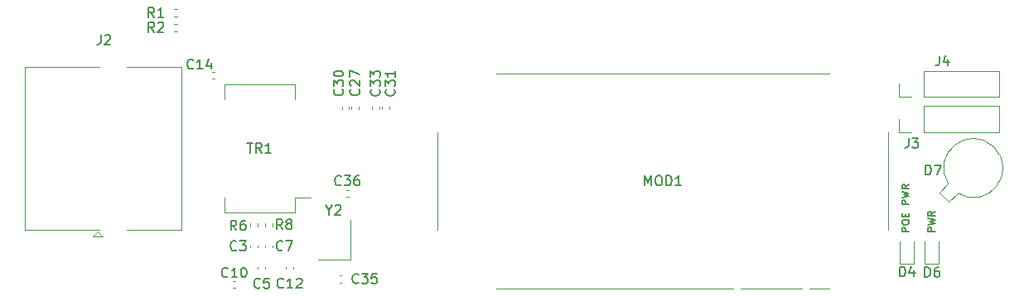
<source format=gto>
G04 #@! TF.GenerationSoftware,KiCad,Pcbnew,(5.1.10)-1*
G04 #@! TF.CreationDate,2021-09-04T12:41:49+02:00*
G04 #@! TF.ProjectId,POE_hat_and_USB,504f455f-6861-4745-9f61-6e645f555342,1.0*
G04 #@! TF.SameCoordinates,Original*
G04 #@! TF.FileFunction,Legend,Top*
G04 #@! TF.FilePolarity,Positive*
%FSLAX46Y46*%
G04 Gerber Fmt 4.6, Leading zero omitted, Abs format (unit mm)*
G04 Created by KiCad (PCBNEW (5.1.10)-1) date 2021-09-04 12:41:49*
%MOMM*%
%LPD*%
G01*
G04 APERTURE LIST*
%ADD10C,0.187500*%
%ADD11C,0.120000*%
%ADD12C,0.150000*%
%ADD13O,1.802000X1.802000*%
%ADD14C,2.802000*%
%ADD15O,1.302000X1.702000*%
%ADD16O,1.302000X1.302000*%
%ADD17C,1.602000*%
%ADD18C,3.352000*%
%ADD19C,2.402000*%
%ADD20O,1.302000X2.002000*%
%ADD21C,1.552000*%
G04 APERTURE END LIST*
D10*
X175421485Y-114588800D02*
X174671485Y-114588800D01*
X174671485Y-114303085D01*
X174707200Y-114231657D01*
X174742914Y-114195942D01*
X174814342Y-114160228D01*
X174921485Y-114160228D01*
X174992914Y-114195942D01*
X175028628Y-114231657D01*
X175064342Y-114303085D01*
X175064342Y-114588800D01*
X174671485Y-113910228D02*
X175421485Y-113731657D01*
X174885771Y-113588800D01*
X175421485Y-113445942D01*
X174671485Y-113267371D01*
X175421485Y-112553085D02*
X175064342Y-112803085D01*
X175421485Y-112981657D02*
X174671485Y-112981657D01*
X174671485Y-112695942D01*
X174707200Y-112624514D01*
X174742914Y-112588800D01*
X174814342Y-112553085D01*
X174921485Y-112553085D01*
X174992914Y-112588800D01*
X175028628Y-112624514D01*
X175064342Y-112695942D01*
X175064342Y-112981657D01*
X172779885Y-114610057D02*
X172029885Y-114610057D01*
X172029885Y-114324342D01*
X172065600Y-114252914D01*
X172101314Y-114217200D01*
X172172742Y-114181485D01*
X172279885Y-114181485D01*
X172351314Y-114217200D01*
X172387028Y-114252914D01*
X172422742Y-114324342D01*
X172422742Y-114610057D01*
X172029885Y-113717200D02*
X172029885Y-113574342D01*
X172065600Y-113502914D01*
X172137028Y-113431485D01*
X172279885Y-113395771D01*
X172529885Y-113395771D01*
X172672742Y-113431485D01*
X172744171Y-113502914D01*
X172779885Y-113574342D01*
X172779885Y-113717200D01*
X172744171Y-113788628D01*
X172672742Y-113860057D01*
X172529885Y-113895771D01*
X172279885Y-113895771D01*
X172137028Y-113860057D01*
X172065600Y-113788628D01*
X172029885Y-113717200D01*
X172387028Y-113074342D02*
X172387028Y-112824342D01*
X172779885Y-112717200D02*
X172779885Y-113074342D01*
X172029885Y-113074342D01*
X172029885Y-112717200D01*
X172779885Y-111824342D02*
X172029885Y-111824342D01*
X172029885Y-111538628D01*
X172065600Y-111467200D01*
X172101314Y-111431485D01*
X172172742Y-111395771D01*
X172279885Y-111395771D01*
X172351314Y-111431485D01*
X172387028Y-111467200D01*
X172422742Y-111538628D01*
X172422742Y-111824342D01*
X172029885Y-111145771D02*
X172779885Y-110967200D01*
X172244171Y-110824342D01*
X172779885Y-110681485D01*
X172029885Y-110502914D01*
X172779885Y-109788628D02*
X172422742Y-110038628D01*
X172779885Y-110217200D02*
X172029885Y-110217200D01*
X172029885Y-109931485D01*
X172065600Y-109860057D01*
X172101314Y-109824342D01*
X172172742Y-109788628D01*
X172279885Y-109788628D01*
X172351314Y-109824342D01*
X172387028Y-109860057D01*
X172422742Y-109931485D01*
X172422742Y-110217200D01*
D11*
X130600000Y-98400000D02*
X164600000Y-98400000D01*
X164600000Y-120400000D02*
X130600000Y-120400000D01*
X170600000Y-104400000D02*
X170600000Y-114400000D01*
X124600000Y-104400000D02*
X124600000Y-114400000D01*
X115645200Y-117440400D02*
X115645200Y-113440400D01*
X112345200Y-117440400D02*
X115645200Y-117440400D01*
X111600000Y-111093000D02*
X110000000Y-111093000D01*
X110000000Y-111093000D02*
X110000000Y-112618000D01*
X110000000Y-112618000D02*
X102800000Y-112618000D01*
X102800000Y-112618000D02*
X102800000Y-111093000D01*
X110000000Y-101043000D02*
X110000000Y-99518000D01*
X110000000Y-99518000D02*
X102800000Y-99518000D01*
X102800000Y-99518000D02*
X102800000Y-101043000D01*
X176759719Y-109680331D02*
X175847552Y-110592499D01*
X175847552Y-110592499D02*
X176837501Y-111582448D01*
X176837501Y-111582448D02*
X177749669Y-110670281D01*
X177749456Y-110670150D02*
G75*
G03*
X176759719Y-109680331I1582544J2572150D01*
G01*
X82422000Y-114433000D02*
X82422000Y-97703000D01*
X82422000Y-114433000D02*
X90032000Y-114433000D01*
X82422000Y-97703000D02*
X90032000Y-97703000D01*
X98392000Y-114433000D02*
X98392000Y-97703000D01*
X98392000Y-114433000D02*
X92832000Y-114433000D01*
X98392000Y-97703000D02*
X92832000Y-97703000D01*
X89832000Y-114628000D02*
X90332000Y-115128000D01*
X90332000Y-115128000D02*
X89332000Y-115128000D01*
X89332000Y-115128000D02*
X89832000Y-114628000D01*
X171702000Y-104398000D02*
X171702000Y-103068000D01*
X173032000Y-104398000D02*
X171702000Y-104398000D01*
X174302000Y-104398000D02*
X174302000Y-101738000D01*
X174302000Y-101738000D02*
X181982000Y-101738000D01*
X174302000Y-104398000D02*
X181982000Y-104398000D01*
X181982000Y-104398000D02*
X181982000Y-101738000D01*
X181982000Y-100798000D02*
X181982000Y-98138000D01*
X174302000Y-100798000D02*
X181982000Y-100798000D01*
X174302000Y-98138000D02*
X181982000Y-98138000D01*
X174302000Y-100798000D02*
X174302000Y-98138000D01*
X173032000Y-100798000D02*
X171702000Y-100798000D01*
X171702000Y-100798000D02*
X171702000Y-99468000D01*
X106192000Y-116024164D02*
X106192000Y-116239836D01*
X105472000Y-116024164D02*
X105472000Y-116239836D01*
X106240000Y-118224164D02*
X106240000Y-118439836D01*
X106960000Y-118224164D02*
X106960000Y-118439836D01*
X106972000Y-116024164D02*
X106972000Y-116239836D01*
X107692000Y-116024164D02*
X107692000Y-116239836D01*
X103692164Y-120360000D02*
X103907836Y-120360000D01*
X103692164Y-119640000D02*
X103907836Y-119640000D01*
X109834000Y-118224164D02*
X109834000Y-118439836D01*
X109114000Y-118224164D02*
X109114000Y-118439836D01*
X101568364Y-98960000D02*
X101784036Y-98960000D01*
X101568364Y-98240000D02*
X101784036Y-98240000D01*
X116516100Y-102047536D02*
X116516100Y-101831864D01*
X115796100Y-102047536D02*
X115796100Y-101831864D01*
X114796100Y-102047536D02*
X114796100Y-101831864D01*
X115516100Y-102047536D02*
X115516100Y-101831864D01*
X118910400Y-102060236D02*
X118910400Y-101844564D01*
X119630400Y-102060236D02*
X119630400Y-101844564D01*
X117910400Y-102060236D02*
X117910400Y-101844564D01*
X118630400Y-102060236D02*
X118630400Y-101844564D01*
X114763436Y-119093600D02*
X114547764Y-119093600D01*
X114763436Y-119813600D02*
X114547764Y-119813600D01*
X115258964Y-111053200D02*
X115474636Y-111053200D01*
X115258964Y-110333200D02*
X115474636Y-110333200D01*
X97953641Y-92580000D02*
X97646359Y-92580000D01*
X97953641Y-91820000D02*
X97646359Y-91820000D01*
X97953641Y-93320000D02*
X97646359Y-93320000D01*
X97953641Y-94080000D02*
X97646359Y-94080000D01*
X106212000Y-113778359D02*
X106212000Y-114085641D01*
X105452000Y-113778359D02*
X105452000Y-114085641D01*
X107712000Y-113778359D02*
X107712000Y-114085641D01*
X106952000Y-113778359D02*
X106952000Y-114085641D01*
X171825400Y-115615700D02*
X171825400Y-117900700D01*
X171825400Y-117900700D02*
X173295400Y-117900700D01*
X173295400Y-117900700D02*
X173295400Y-115615700D01*
X175819400Y-117920200D02*
X175819400Y-115635200D01*
X174349400Y-117920200D02*
X175819400Y-117920200D01*
X174349400Y-115635200D02*
X174349400Y-117920200D01*
D12*
X145766066Y-109875580D02*
X145766066Y-108875580D01*
X146099400Y-109589866D01*
X146432733Y-108875580D01*
X146432733Y-109875580D01*
X147099400Y-108875580D02*
X147289876Y-108875580D01*
X147385114Y-108923200D01*
X147480352Y-109018438D01*
X147527971Y-109208914D01*
X147527971Y-109542247D01*
X147480352Y-109732723D01*
X147385114Y-109827961D01*
X147289876Y-109875580D01*
X147099400Y-109875580D01*
X147004161Y-109827961D01*
X146908923Y-109732723D01*
X146861304Y-109542247D01*
X146861304Y-109208914D01*
X146908923Y-109018438D01*
X147004161Y-108923200D01*
X147099400Y-108875580D01*
X147956542Y-109875580D02*
X147956542Y-108875580D01*
X148194638Y-108875580D01*
X148337495Y-108923200D01*
X148432733Y-109018438D01*
X148480352Y-109113676D01*
X148527971Y-109304152D01*
X148527971Y-109447009D01*
X148480352Y-109637485D01*
X148432733Y-109732723D01*
X148337495Y-109827961D01*
X148194638Y-109875580D01*
X147956542Y-109875580D01*
X149480352Y-109875580D02*
X148908923Y-109875580D01*
X149194638Y-109875580D02*
X149194638Y-108875580D01*
X149099400Y-109018438D01*
X149004161Y-109113676D01*
X148908923Y-109161295D01*
X113519009Y-112396590D02*
X113519009Y-112872780D01*
X113185676Y-111872780D02*
X113519009Y-112396590D01*
X113852342Y-111872780D01*
X114138057Y-111968019D02*
X114185676Y-111920400D01*
X114280914Y-111872780D01*
X114519009Y-111872780D01*
X114614247Y-111920400D01*
X114661866Y-111968019D01*
X114709485Y-112063257D01*
X114709485Y-112158495D01*
X114661866Y-112301352D01*
X114090438Y-112872780D01*
X114709485Y-112872780D01*
X105138095Y-105520380D02*
X105709523Y-105520380D01*
X105423809Y-106520380D02*
X105423809Y-105520380D01*
X106614285Y-106520380D02*
X106280952Y-106044190D01*
X106042857Y-106520380D02*
X106042857Y-105520380D01*
X106423809Y-105520380D01*
X106519047Y-105568000D01*
X106566666Y-105615619D01*
X106614285Y-105710857D01*
X106614285Y-105853714D01*
X106566666Y-105948952D01*
X106519047Y-105996571D01*
X106423809Y-106044190D01*
X106042857Y-106044190D01*
X107566666Y-106520380D02*
X106995238Y-106520380D01*
X107280952Y-106520380D02*
X107280952Y-105520380D01*
X107185714Y-105663238D01*
X107090476Y-105758476D01*
X106995238Y-105806095D01*
X174445704Y-108783380D02*
X174445704Y-107783380D01*
X174683800Y-107783380D01*
X174826657Y-107831000D01*
X174921895Y-107926238D01*
X174969514Y-108021476D01*
X175017133Y-108211952D01*
X175017133Y-108354809D01*
X174969514Y-108545285D01*
X174921895Y-108640523D01*
X174826657Y-108735761D01*
X174683800Y-108783380D01*
X174445704Y-108783380D01*
X175350466Y-107783380D02*
X176017133Y-107783380D01*
X175588561Y-108783380D01*
X90166666Y-94452380D02*
X90166666Y-95166666D01*
X90119047Y-95309523D01*
X90023809Y-95404761D01*
X89880952Y-95452380D01*
X89785714Y-95452380D01*
X90595238Y-94547619D02*
X90642857Y-94500000D01*
X90738095Y-94452380D01*
X90976190Y-94452380D01*
X91071428Y-94500000D01*
X91119047Y-94547619D01*
X91166666Y-94642857D01*
X91166666Y-94738095D01*
X91119047Y-94880952D01*
X90547619Y-95452380D01*
X91166666Y-95452380D01*
X172716866Y-105040180D02*
X172716866Y-105754466D01*
X172669247Y-105897323D01*
X172574009Y-105992561D01*
X172431152Y-106040180D01*
X172335914Y-106040180D01*
X173097819Y-105040180D02*
X173716866Y-105040180D01*
X173383533Y-105421133D01*
X173526390Y-105421133D01*
X173621628Y-105468752D01*
X173669247Y-105516371D01*
X173716866Y-105611609D01*
X173716866Y-105849704D01*
X173669247Y-105944942D01*
X173621628Y-105992561D01*
X173526390Y-106040180D01*
X173240676Y-106040180D01*
X173145438Y-105992561D01*
X173097819Y-105944942D01*
X175841066Y-96607380D02*
X175841066Y-97321666D01*
X175793447Y-97464523D01*
X175698209Y-97559761D01*
X175555352Y-97607380D01*
X175460114Y-97607380D01*
X176745828Y-96940714D02*
X176745828Y-97607380D01*
X176507733Y-96559761D02*
X176269638Y-97274047D01*
X176888685Y-97274047D01*
X104033333Y-116457142D02*
X103985714Y-116504761D01*
X103842857Y-116552380D01*
X103747619Y-116552380D01*
X103604761Y-116504761D01*
X103509523Y-116409523D01*
X103461904Y-116314285D01*
X103414285Y-116123809D01*
X103414285Y-115980952D01*
X103461904Y-115790476D01*
X103509523Y-115695238D01*
X103604761Y-115600000D01*
X103747619Y-115552380D01*
X103842857Y-115552380D01*
X103985714Y-115600000D01*
X104033333Y-115647619D01*
X104366666Y-115552380D02*
X104985714Y-115552380D01*
X104652380Y-115933333D01*
X104795238Y-115933333D01*
X104890476Y-115980952D01*
X104938095Y-116028571D01*
X104985714Y-116123809D01*
X104985714Y-116361904D01*
X104938095Y-116457142D01*
X104890476Y-116504761D01*
X104795238Y-116552380D01*
X104509523Y-116552380D01*
X104414285Y-116504761D01*
X104366666Y-116457142D01*
X106448333Y-120304142D02*
X106400714Y-120351761D01*
X106257857Y-120399380D01*
X106162619Y-120399380D01*
X106019761Y-120351761D01*
X105924523Y-120256523D01*
X105876904Y-120161285D01*
X105829285Y-119970809D01*
X105829285Y-119827952D01*
X105876904Y-119637476D01*
X105924523Y-119542238D01*
X106019761Y-119447000D01*
X106162619Y-119399380D01*
X106257857Y-119399380D01*
X106400714Y-119447000D01*
X106448333Y-119494619D01*
X107353095Y-119399380D02*
X106876904Y-119399380D01*
X106829285Y-119875571D01*
X106876904Y-119827952D01*
X106972142Y-119780333D01*
X107210238Y-119780333D01*
X107305476Y-119827952D01*
X107353095Y-119875571D01*
X107400714Y-119970809D01*
X107400714Y-120208904D01*
X107353095Y-120304142D01*
X107305476Y-120351761D01*
X107210238Y-120399380D01*
X106972142Y-120399380D01*
X106876904Y-120351761D01*
X106829285Y-120304142D01*
X108733333Y-116457142D02*
X108685714Y-116504761D01*
X108542857Y-116552380D01*
X108447619Y-116552380D01*
X108304761Y-116504761D01*
X108209523Y-116409523D01*
X108161904Y-116314285D01*
X108114285Y-116123809D01*
X108114285Y-115980952D01*
X108161904Y-115790476D01*
X108209523Y-115695238D01*
X108304761Y-115600000D01*
X108447619Y-115552380D01*
X108542857Y-115552380D01*
X108685714Y-115600000D01*
X108733333Y-115647619D01*
X109066666Y-115552380D02*
X109733333Y-115552380D01*
X109304761Y-116552380D01*
X103157142Y-119197142D02*
X103109523Y-119244761D01*
X102966666Y-119292380D01*
X102871428Y-119292380D01*
X102728571Y-119244761D01*
X102633333Y-119149523D01*
X102585714Y-119054285D01*
X102538095Y-118863809D01*
X102538095Y-118720952D01*
X102585714Y-118530476D01*
X102633333Y-118435238D01*
X102728571Y-118340000D01*
X102871428Y-118292380D01*
X102966666Y-118292380D01*
X103109523Y-118340000D01*
X103157142Y-118387619D01*
X104109523Y-119292380D02*
X103538095Y-119292380D01*
X103823809Y-119292380D02*
X103823809Y-118292380D01*
X103728571Y-118435238D01*
X103633333Y-118530476D01*
X103538095Y-118578095D01*
X104728571Y-118292380D02*
X104823809Y-118292380D01*
X104919047Y-118340000D01*
X104966666Y-118387619D01*
X105014285Y-118482857D01*
X105061904Y-118673333D01*
X105061904Y-118911428D01*
X105014285Y-119101904D01*
X104966666Y-119197142D01*
X104919047Y-119244761D01*
X104823809Y-119292380D01*
X104728571Y-119292380D01*
X104633333Y-119244761D01*
X104585714Y-119197142D01*
X104538095Y-119101904D01*
X104490476Y-118911428D01*
X104490476Y-118673333D01*
X104538095Y-118482857D01*
X104585714Y-118387619D01*
X104633333Y-118340000D01*
X104728571Y-118292380D01*
X108842142Y-120294142D02*
X108794523Y-120341761D01*
X108651666Y-120389380D01*
X108556428Y-120389380D01*
X108413571Y-120341761D01*
X108318333Y-120246523D01*
X108270714Y-120151285D01*
X108223095Y-119960809D01*
X108223095Y-119817952D01*
X108270714Y-119627476D01*
X108318333Y-119532238D01*
X108413571Y-119437000D01*
X108556428Y-119389380D01*
X108651666Y-119389380D01*
X108794523Y-119437000D01*
X108842142Y-119484619D01*
X109794523Y-120389380D02*
X109223095Y-120389380D01*
X109508809Y-120389380D02*
X109508809Y-119389380D01*
X109413571Y-119532238D01*
X109318333Y-119627476D01*
X109223095Y-119675095D01*
X110175476Y-119484619D02*
X110223095Y-119437000D01*
X110318333Y-119389380D01*
X110556428Y-119389380D01*
X110651666Y-119437000D01*
X110699285Y-119484619D01*
X110746904Y-119579857D01*
X110746904Y-119675095D01*
X110699285Y-119817952D01*
X110127857Y-120389380D01*
X110746904Y-120389380D01*
X99633342Y-97857142D02*
X99585723Y-97904761D01*
X99442866Y-97952380D01*
X99347628Y-97952380D01*
X99204771Y-97904761D01*
X99109533Y-97809523D01*
X99061914Y-97714285D01*
X99014295Y-97523809D01*
X99014295Y-97380952D01*
X99061914Y-97190476D01*
X99109533Y-97095238D01*
X99204771Y-97000000D01*
X99347628Y-96952380D01*
X99442866Y-96952380D01*
X99585723Y-97000000D01*
X99633342Y-97047619D01*
X100585723Y-97952380D02*
X100014295Y-97952380D01*
X100300009Y-97952380D02*
X100300009Y-96952380D01*
X100204771Y-97095238D01*
X100109533Y-97190476D01*
X100014295Y-97238095D01*
X101442866Y-97285714D02*
X101442866Y-97952380D01*
X101204771Y-96904761D02*
X100966676Y-97619047D01*
X101585723Y-97619047D01*
X116536742Y-100033057D02*
X116584361Y-100080676D01*
X116631980Y-100223533D01*
X116631980Y-100318771D01*
X116584361Y-100461628D01*
X116489123Y-100556866D01*
X116393885Y-100604485D01*
X116203409Y-100652104D01*
X116060552Y-100652104D01*
X115870076Y-100604485D01*
X115774838Y-100556866D01*
X115679600Y-100461628D01*
X115631980Y-100318771D01*
X115631980Y-100223533D01*
X115679600Y-100080676D01*
X115727219Y-100033057D01*
X115727219Y-99652104D02*
X115679600Y-99604485D01*
X115631980Y-99509247D01*
X115631980Y-99271152D01*
X115679600Y-99175914D01*
X115727219Y-99128295D01*
X115822457Y-99080676D01*
X115917695Y-99080676D01*
X116060552Y-99128295D01*
X116631980Y-99699723D01*
X116631980Y-99080676D01*
X115631980Y-98747342D02*
X115631980Y-98080676D01*
X116631980Y-98509247D01*
X114860342Y-100033057D02*
X114907961Y-100080676D01*
X114955580Y-100223533D01*
X114955580Y-100318771D01*
X114907961Y-100461628D01*
X114812723Y-100556866D01*
X114717485Y-100604485D01*
X114527009Y-100652104D01*
X114384152Y-100652104D01*
X114193676Y-100604485D01*
X114098438Y-100556866D01*
X114003200Y-100461628D01*
X113955580Y-100318771D01*
X113955580Y-100223533D01*
X114003200Y-100080676D01*
X114050819Y-100033057D01*
X113955580Y-99699723D02*
X113955580Y-99080676D01*
X114336533Y-99414009D01*
X114336533Y-99271152D01*
X114384152Y-99175914D01*
X114431771Y-99128295D01*
X114527009Y-99080676D01*
X114765104Y-99080676D01*
X114860342Y-99128295D01*
X114907961Y-99175914D01*
X114955580Y-99271152D01*
X114955580Y-99556866D01*
X114907961Y-99652104D01*
X114860342Y-99699723D01*
X113955580Y-98461628D02*
X113955580Y-98366390D01*
X114003200Y-98271152D01*
X114050819Y-98223533D01*
X114146057Y-98175914D01*
X114336533Y-98128295D01*
X114574628Y-98128295D01*
X114765104Y-98175914D01*
X114860342Y-98223533D01*
X114907961Y-98271152D01*
X114955580Y-98366390D01*
X114955580Y-98461628D01*
X114907961Y-98556866D01*
X114860342Y-98604485D01*
X114765104Y-98652104D01*
X114574628Y-98699723D01*
X114336533Y-98699723D01*
X114146057Y-98652104D01*
X114050819Y-98604485D01*
X114003200Y-98556866D01*
X113955580Y-98461628D01*
X120143542Y-100058457D02*
X120191161Y-100106076D01*
X120238780Y-100248933D01*
X120238780Y-100344171D01*
X120191161Y-100487028D01*
X120095923Y-100582266D01*
X120000685Y-100629885D01*
X119810209Y-100677504D01*
X119667352Y-100677504D01*
X119476876Y-100629885D01*
X119381638Y-100582266D01*
X119286400Y-100487028D01*
X119238780Y-100344171D01*
X119238780Y-100248933D01*
X119286400Y-100106076D01*
X119334019Y-100058457D01*
X119238780Y-99725123D02*
X119238780Y-99106076D01*
X119619733Y-99439409D01*
X119619733Y-99296552D01*
X119667352Y-99201314D01*
X119714971Y-99153695D01*
X119810209Y-99106076D01*
X120048304Y-99106076D01*
X120143542Y-99153695D01*
X120191161Y-99201314D01*
X120238780Y-99296552D01*
X120238780Y-99582266D01*
X120191161Y-99677504D01*
X120143542Y-99725123D01*
X120238780Y-98153695D02*
X120238780Y-98725123D01*
X120238780Y-98439409D02*
X119238780Y-98439409D01*
X119381638Y-98534647D01*
X119476876Y-98629885D01*
X119524495Y-98725123D01*
X118619542Y-100058457D02*
X118667161Y-100106076D01*
X118714780Y-100248933D01*
X118714780Y-100344171D01*
X118667161Y-100487028D01*
X118571923Y-100582266D01*
X118476685Y-100629885D01*
X118286209Y-100677504D01*
X118143352Y-100677504D01*
X117952876Y-100629885D01*
X117857638Y-100582266D01*
X117762400Y-100487028D01*
X117714780Y-100344171D01*
X117714780Y-100248933D01*
X117762400Y-100106076D01*
X117810019Y-100058457D01*
X117714780Y-99725123D02*
X117714780Y-99106076D01*
X118095733Y-99439409D01*
X118095733Y-99296552D01*
X118143352Y-99201314D01*
X118190971Y-99153695D01*
X118286209Y-99106076D01*
X118524304Y-99106076D01*
X118619542Y-99153695D01*
X118667161Y-99201314D01*
X118714780Y-99296552D01*
X118714780Y-99582266D01*
X118667161Y-99677504D01*
X118619542Y-99725123D01*
X117714780Y-98772742D02*
X117714780Y-98153695D01*
X118095733Y-98487028D01*
X118095733Y-98344171D01*
X118143352Y-98248933D01*
X118190971Y-98201314D01*
X118286209Y-98153695D01*
X118524304Y-98153695D01*
X118619542Y-98201314D01*
X118667161Y-98248933D01*
X118714780Y-98344171D01*
X118714780Y-98629885D01*
X118667161Y-98725123D01*
X118619542Y-98772742D01*
X116501942Y-119813342D02*
X116454323Y-119860961D01*
X116311466Y-119908580D01*
X116216228Y-119908580D01*
X116073371Y-119860961D01*
X115978133Y-119765723D01*
X115930514Y-119670485D01*
X115882895Y-119480009D01*
X115882895Y-119337152D01*
X115930514Y-119146676D01*
X115978133Y-119051438D01*
X116073371Y-118956200D01*
X116216228Y-118908580D01*
X116311466Y-118908580D01*
X116454323Y-118956200D01*
X116501942Y-119003819D01*
X116835276Y-118908580D02*
X117454323Y-118908580D01*
X117120990Y-119289533D01*
X117263847Y-119289533D01*
X117359085Y-119337152D01*
X117406704Y-119384771D01*
X117454323Y-119480009D01*
X117454323Y-119718104D01*
X117406704Y-119813342D01*
X117359085Y-119860961D01*
X117263847Y-119908580D01*
X116978133Y-119908580D01*
X116882895Y-119860961D01*
X116835276Y-119813342D01*
X118359085Y-118908580D02*
X117882895Y-118908580D01*
X117835276Y-119384771D01*
X117882895Y-119337152D01*
X117978133Y-119289533D01*
X118216228Y-119289533D01*
X118311466Y-119337152D01*
X118359085Y-119384771D01*
X118406704Y-119480009D01*
X118406704Y-119718104D01*
X118359085Y-119813342D01*
X118311466Y-119860961D01*
X118216228Y-119908580D01*
X117978133Y-119908580D01*
X117882895Y-119860961D01*
X117835276Y-119813342D01*
X114723942Y-109780342D02*
X114676323Y-109827961D01*
X114533466Y-109875580D01*
X114438228Y-109875580D01*
X114295371Y-109827961D01*
X114200133Y-109732723D01*
X114152514Y-109637485D01*
X114104895Y-109447009D01*
X114104895Y-109304152D01*
X114152514Y-109113676D01*
X114200133Y-109018438D01*
X114295371Y-108923200D01*
X114438228Y-108875580D01*
X114533466Y-108875580D01*
X114676323Y-108923200D01*
X114723942Y-108970819D01*
X115057276Y-108875580D02*
X115676323Y-108875580D01*
X115342990Y-109256533D01*
X115485847Y-109256533D01*
X115581085Y-109304152D01*
X115628704Y-109351771D01*
X115676323Y-109447009D01*
X115676323Y-109685104D01*
X115628704Y-109780342D01*
X115581085Y-109827961D01*
X115485847Y-109875580D01*
X115200133Y-109875580D01*
X115104895Y-109827961D01*
X115057276Y-109780342D01*
X116533466Y-108875580D02*
X116342990Y-108875580D01*
X116247752Y-108923200D01*
X116200133Y-108970819D01*
X116104895Y-109113676D01*
X116057276Y-109304152D01*
X116057276Y-109685104D01*
X116104895Y-109780342D01*
X116152514Y-109827961D01*
X116247752Y-109875580D01*
X116438228Y-109875580D01*
X116533466Y-109827961D01*
X116581085Y-109780342D01*
X116628704Y-109685104D01*
X116628704Y-109447009D01*
X116581085Y-109351771D01*
X116533466Y-109304152D01*
X116438228Y-109256533D01*
X116247752Y-109256533D01*
X116152514Y-109304152D01*
X116104895Y-109351771D01*
X116057276Y-109447009D01*
X95633333Y-92652380D02*
X95300000Y-92176190D01*
X95061904Y-92652380D02*
X95061904Y-91652380D01*
X95442857Y-91652380D01*
X95538095Y-91700000D01*
X95585714Y-91747619D01*
X95633333Y-91842857D01*
X95633333Y-91985714D01*
X95585714Y-92080952D01*
X95538095Y-92128571D01*
X95442857Y-92176190D01*
X95061904Y-92176190D01*
X96585714Y-92652380D02*
X96014285Y-92652380D01*
X96300000Y-92652380D02*
X96300000Y-91652380D01*
X96204761Y-91795238D01*
X96109523Y-91890476D01*
X96014285Y-91938095D01*
X95633333Y-94152380D02*
X95300000Y-93676190D01*
X95061904Y-94152380D02*
X95061904Y-93152380D01*
X95442857Y-93152380D01*
X95538095Y-93200000D01*
X95585714Y-93247619D01*
X95633333Y-93342857D01*
X95633333Y-93485714D01*
X95585714Y-93580952D01*
X95538095Y-93628571D01*
X95442857Y-93676190D01*
X95061904Y-93676190D01*
X96014285Y-93247619D02*
X96061904Y-93200000D01*
X96157142Y-93152380D01*
X96395238Y-93152380D01*
X96490476Y-93200000D01*
X96538095Y-93247619D01*
X96585714Y-93342857D01*
X96585714Y-93438095D01*
X96538095Y-93580952D01*
X95966666Y-94152380D01*
X96585714Y-94152380D01*
X104033333Y-114452380D02*
X103700000Y-113976190D01*
X103461904Y-114452380D02*
X103461904Y-113452380D01*
X103842857Y-113452380D01*
X103938095Y-113500000D01*
X103985714Y-113547619D01*
X104033333Y-113642857D01*
X104033333Y-113785714D01*
X103985714Y-113880952D01*
X103938095Y-113928571D01*
X103842857Y-113976190D01*
X103461904Y-113976190D01*
X104890476Y-113452380D02*
X104700000Y-113452380D01*
X104604761Y-113500000D01*
X104557142Y-113547619D01*
X104461904Y-113690476D01*
X104414285Y-113880952D01*
X104414285Y-114261904D01*
X104461904Y-114357142D01*
X104509523Y-114404761D01*
X104604761Y-114452380D01*
X104795238Y-114452380D01*
X104890476Y-114404761D01*
X104938095Y-114357142D01*
X104985714Y-114261904D01*
X104985714Y-114023809D01*
X104938095Y-113928571D01*
X104890476Y-113880952D01*
X104795238Y-113833333D01*
X104604761Y-113833333D01*
X104509523Y-113880952D01*
X104461904Y-113928571D01*
X104414285Y-114023809D01*
X108733333Y-114352380D02*
X108400000Y-113876190D01*
X108161904Y-114352380D02*
X108161904Y-113352380D01*
X108542857Y-113352380D01*
X108638095Y-113400000D01*
X108685714Y-113447619D01*
X108733333Y-113542857D01*
X108733333Y-113685714D01*
X108685714Y-113780952D01*
X108638095Y-113828571D01*
X108542857Y-113876190D01*
X108161904Y-113876190D01*
X109304761Y-113780952D02*
X109209523Y-113733333D01*
X109161904Y-113685714D01*
X109114285Y-113590476D01*
X109114285Y-113542857D01*
X109161904Y-113447619D01*
X109209523Y-113400000D01*
X109304761Y-113352380D01*
X109495238Y-113352380D01*
X109590476Y-113400000D01*
X109638095Y-113447619D01*
X109685714Y-113542857D01*
X109685714Y-113590476D01*
X109638095Y-113685714D01*
X109590476Y-113733333D01*
X109495238Y-113780952D01*
X109304761Y-113780952D01*
X109209523Y-113828571D01*
X109161904Y-113876190D01*
X109114285Y-113971428D01*
X109114285Y-114161904D01*
X109161904Y-114257142D01*
X109209523Y-114304761D01*
X109304761Y-114352380D01*
X109495238Y-114352380D01*
X109590476Y-114304761D01*
X109638095Y-114257142D01*
X109685714Y-114161904D01*
X109685714Y-113971428D01*
X109638095Y-113876190D01*
X109590476Y-113828571D01*
X109495238Y-113780952D01*
X171829504Y-119197380D02*
X171829504Y-118197380D01*
X172067600Y-118197380D01*
X172210457Y-118245000D01*
X172305695Y-118340238D01*
X172353314Y-118435476D01*
X172400933Y-118625952D01*
X172400933Y-118768809D01*
X172353314Y-118959285D01*
X172305695Y-119054523D01*
X172210457Y-119149761D01*
X172067600Y-119197380D01*
X171829504Y-119197380D01*
X173258076Y-118530714D02*
X173258076Y-119197380D01*
X173019980Y-118149761D02*
X172781885Y-118864047D01*
X173400933Y-118864047D01*
X174394904Y-119248180D02*
X174394904Y-118248180D01*
X174633000Y-118248180D01*
X174775857Y-118295800D01*
X174871095Y-118391038D01*
X174918714Y-118486276D01*
X174966333Y-118676752D01*
X174966333Y-118819609D01*
X174918714Y-119010085D01*
X174871095Y-119105323D01*
X174775857Y-119200561D01*
X174633000Y-119248180D01*
X174394904Y-119248180D01*
X175823476Y-118248180D02*
X175633000Y-118248180D01*
X175537761Y-118295800D01*
X175490142Y-118343419D01*
X175394904Y-118486276D01*
X175347285Y-118676752D01*
X175347285Y-119057704D01*
X175394904Y-119152942D01*
X175442523Y-119200561D01*
X175537761Y-119248180D01*
X175728238Y-119248180D01*
X175823476Y-119200561D01*
X175871095Y-119152942D01*
X175918714Y-119057704D01*
X175918714Y-118819609D01*
X175871095Y-118724371D01*
X175823476Y-118676752D01*
X175728238Y-118629133D01*
X175537761Y-118629133D01*
X175442523Y-118676752D01*
X175394904Y-118724371D01*
X175347285Y-118819609D01*
%LPC*%
G36*
G01*
X165100000Y-98849000D02*
X170100000Y-98849000D01*
G75*
G02*
X170151000Y-98900000I0J-51000D01*
G01*
X170151000Y-103900000D01*
G75*
G02*
X170100000Y-103951000I-51000J0D01*
G01*
X165100000Y-103951000D01*
G75*
G02*
X165049000Y-103900000I0J51000D01*
G01*
X165049000Y-98900000D01*
G75*
G02*
X165100000Y-98849000I51000J0D01*
G01*
G37*
G36*
G01*
X165100000Y-114849000D02*
X170100000Y-114849000D01*
G75*
G02*
X170151000Y-114900000I0J-51000D01*
G01*
X170151000Y-119900000D01*
G75*
G02*
X170100000Y-119951000I-51000J0D01*
G01*
X165100000Y-119951000D01*
G75*
G02*
X165049000Y-119900000I0J51000D01*
G01*
X165049000Y-114900000D01*
G75*
G02*
X165100000Y-114849000I51000J0D01*
G01*
G37*
G36*
G01*
X125100000Y-98849000D02*
X130100000Y-98849000D01*
G75*
G02*
X130151000Y-98900000I0J-51000D01*
G01*
X130151000Y-103900000D01*
G75*
G02*
X130100000Y-103951000I-51000J0D01*
G01*
X125100000Y-103951000D01*
G75*
G02*
X125049000Y-103900000I0J51000D01*
G01*
X125049000Y-98900000D01*
G75*
G02*
X125100000Y-98849000I51000J0D01*
G01*
G37*
G36*
G01*
X125100000Y-114849000D02*
X130100000Y-114849000D01*
G75*
G02*
X130151000Y-114900000I0J-51000D01*
G01*
X130151000Y-119900000D01*
G75*
G02*
X130100000Y-119951000I-51000J0D01*
G01*
X125100000Y-119951000D01*
G75*
G02*
X125049000Y-119900000I0J51000D01*
G01*
X125049000Y-114900000D01*
G75*
G02*
X125100000Y-114849000I51000J0D01*
G01*
G37*
G36*
G01*
X151600000Y-98549000D02*
X155600000Y-98549000D01*
G75*
G02*
X158151000Y-101100000I0J-2551000D01*
G01*
X158151000Y-101100000D01*
G75*
G02*
X155600000Y-103651000I-2551000J0D01*
G01*
X151600000Y-103651000D01*
G75*
G02*
X149049000Y-101100000I0J2551000D01*
G01*
X149049000Y-101100000D01*
G75*
G02*
X151600000Y-98549000I2551000J0D01*
G01*
G37*
G36*
G01*
X113745201Y-117291400D02*
X112545199Y-117291400D01*
G75*
G02*
X112494200Y-117240401I0J50999D01*
G01*
X112494200Y-115840399D01*
G75*
G02*
X112545199Y-115789400I50999J0D01*
G01*
X113745201Y-115789400D01*
G75*
G02*
X113796200Y-115840399I0J-50999D01*
G01*
X113796200Y-117240401D01*
G75*
G02*
X113745201Y-117291400I-50999J0D01*
G01*
G37*
G36*
G01*
X113745201Y-115091400D02*
X112545199Y-115091400D01*
G75*
G02*
X112494200Y-115040401I0J50999D01*
G01*
X112494200Y-113640399D01*
G75*
G02*
X112545199Y-113589400I50999J0D01*
G01*
X113745201Y-113589400D01*
G75*
G02*
X113796200Y-113640399I0J-50999D01*
G01*
X113796200Y-115040401D01*
G75*
G02*
X113745201Y-115091400I-50999J0D01*
G01*
G37*
G36*
G01*
X115445201Y-115091400D02*
X114245199Y-115091400D01*
G75*
G02*
X114194200Y-115040401I0J50999D01*
G01*
X114194200Y-113640399D01*
G75*
G02*
X114245199Y-113589400I50999J0D01*
G01*
X115445201Y-113589400D01*
G75*
G02*
X115496200Y-113640399I0J-50999D01*
G01*
X115496200Y-115040401D01*
G75*
G02*
X115445201Y-115091400I-50999J0D01*
G01*
G37*
G36*
G01*
X115445201Y-117291400D02*
X114245199Y-117291400D01*
G75*
G02*
X114194200Y-117240401I0J50999D01*
G01*
X114194200Y-115840399D01*
G75*
G02*
X114245199Y-115789400I50999J0D01*
G01*
X115445201Y-115789400D01*
G75*
G02*
X115496200Y-115840399I0J-50999D01*
G01*
X115496200Y-117240401D01*
G75*
G02*
X115445201Y-117291400I-50999J0D01*
G01*
G37*
G36*
G01*
X125052000Y-94937000D02*
X126752000Y-94937000D01*
G75*
G02*
X126803000Y-94988000I0J-51000D01*
G01*
X126803000Y-96688000D01*
G75*
G02*
X126752000Y-96739000I-51000J0D01*
G01*
X125052000Y-96739000D01*
G75*
G02*
X125001000Y-96688000I0J51000D01*
G01*
X125001000Y-94988000D01*
G75*
G02*
X125052000Y-94937000I51000J0D01*
G01*
G37*
D13*
X125902000Y-93298000D03*
X128442000Y-95838000D03*
X128442000Y-93298000D03*
X130982000Y-95838000D03*
X130982000Y-93298000D03*
X133522000Y-95838000D03*
X133522000Y-93298000D03*
X136062000Y-95838000D03*
X136062000Y-93298000D03*
X138602000Y-95838000D03*
X138602000Y-93298000D03*
X141142000Y-95838000D03*
X141142000Y-93298000D03*
X143682000Y-95838000D03*
X143682000Y-93298000D03*
X146222000Y-95838000D03*
X146222000Y-93298000D03*
X148762000Y-95838000D03*
X148762000Y-93298000D03*
X151302000Y-95838000D03*
X151302000Y-93298000D03*
X153842000Y-95838000D03*
X153842000Y-93298000D03*
X156382000Y-95838000D03*
X156382000Y-93298000D03*
X158922000Y-95838000D03*
X158922000Y-93298000D03*
X161462000Y-95838000D03*
X161462000Y-93298000D03*
X164002000Y-95838000D03*
X164002000Y-93298000D03*
X166542000Y-95838000D03*
X166542000Y-93298000D03*
X169082000Y-95838000D03*
X169082000Y-93298000D03*
X171622000Y-95838000D03*
X171622000Y-93298000D03*
X174162000Y-95838000D03*
X174162000Y-93298000D03*
G36*
G01*
X111701000Y-110133000D02*
X111701000Y-110893000D01*
G75*
G02*
X111650000Y-110944000I-51000J0D01*
G01*
X109950000Y-110944000D01*
G75*
G02*
X109899000Y-110893000I0J51000D01*
G01*
X109899000Y-110133000D01*
G75*
G02*
X109950000Y-110082000I51000J0D01*
G01*
X111650000Y-110082000D01*
G75*
G02*
X111701000Y-110133000I0J-51000D01*
G01*
G37*
G36*
G01*
X111701000Y-108863000D02*
X111701000Y-109623000D01*
G75*
G02*
X111650000Y-109674000I-51000J0D01*
G01*
X109950000Y-109674000D01*
G75*
G02*
X109899000Y-109623000I0J51000D01*
G01*
X109899000Y-108863000D01*
G75*
G02*
X109950000Y-108812000I51000J0D01*
G01*
X111650000Y-108812000D01*
G75*
G02*
X111701000Y-108863000I0J-51000D01*
G01*
G37*
G36*
G01*
X111701000Y-107593000D02*
X111701000Y-108353000D01*
G75*
G02*
X111650000Y-108404000I-51000J0D01*
G01*
X109950000Y-108404000D01*
G75*
G02*
X109899000Y-108353000I0J51000D01*
G01*
X109899000Y-107593000D01*
G75*
G02*
X109950000Y-107542000I51000J0D01*
G01*
X111650000Y-107542000D01*
G75*
G02*
X111701000Y-107593000I0J-51000D01*
G01*
G37*
G36*
G01*
X111701000Y-106323000D02*
X111701000Y-107083000D01*
G75*
G02*
X111650000Y-107134000I-51000J0D01*
G01*
X109950000Y-107134000D01*
G75*
G02*
X109899000Y-107083000I0J51000D01*
G01*
X109899000Y-106323000D01*
G75*
G02*
X109950000Y-106272000I51000J0D01*
G01*
X111650000Y-106272000D01*
G75*
G02*
X111701000Y-106323000I0J-51000D01*
G01*
G37*
G36*
G01*
X111701000Y-102513000D02*
X111701000Y-103273000D01*
G75*
G02*
X111650000Y-103324000I-51000J0D01*
G01*
X109950000Y-103324000D01*
G75*
G02*
X109899000Y-103273000I0J51000D01*
G01*
X109899000Y-102513000D01*
G75*
G02*
X109950000Y-102462000I51000J0D01*
G01*
X111650000Y-102462000D01*
G75*
G02*
X111701000Y-102513000I0J-51000D01*
G01*
G37*
G36*
G01*
X111701000Y-105053000D02*
X111701000Y-105813000D01*
G75*
G02*
X111650000Y-105864000I-51000J0D01*
G01*
X109950000Y-105864000D01*
G75*
G02*
X109899000Y-105813000I0J51000D01*
G01*
X109899000Y-105053000D01*
G75*
G02*
X109950000Y-105002000I51000J0D01*
G01*
X111650000Y-105002000D01*
G75*
G02*
X111701000Y-105053000I0J-51000D01*
G01*
G37*
G36*
G01*
X111701000Y-103783000D02*
X111701000Y-104543000D01*
G75*
G02*
X111650000Y-104594000I-51000J0D01*
G01*
X109950000Y-104594000D01*
G75*
G02*
X109899000Y-104543000I0J51000D01*
G01*
X109899000Y-103783000D01*
G75*
G02*
X109950000Y-103732000I51000J0D01*
G01*
X111650000Y-103732000D01*
G75*
G02*
X111701000Y-103783000I0J-51000D01*
G01*
G37*
G36*
G01*
X111701000Y-101243000D02*
X111701000Y-102003000D01*
G75*
G02*
X111650000Y-102054000I-51000J0D01*
G01*
X109950000Y-102054000D01*
G75*
G02*
X109899000Y-102003000I0J51000D01*
G01*
X109899000Y-101243000D01*
G75*
G02*
X109950000Y-101192000I51000J0D01*
G01*
X111650000Y-101192000D01*
G75*
G02*
X111701000Y-101243000I0J-51000D01*
G01*
G37*
G36*
G01*
X102901000Y-107593000D02*
X102901000Y-108353000D01*
G75*
G02*
X102850000Y-108404000I-51000J0D01*
G01*
X101150000Y-108404000D01*
G75*
G02*
X101099000Y-108353000I0J51000D01*
G01*
X101099000Y-107593000D01*
G75*
G02*
X101150000Y-107542000I51000J0D01*
G01*
X102850000Y-107542000D01*
G75*
G02*
X102901000Y-107593000I0J-51000D01*
G01*
G37*
G36*
G01*
X102901000Y-103783000D02*
X102901000Y-104543000D01*
G75*
G02*
X102850000Y-104594000I-51000J0D01*
G01*
X101150000Y-104594000D01*
G75*
G02*
X101099000Y-104543000I0J51000D01*
G01*
X101099000Y-103783000D01*
G75*
G02*
X101150000Y-103732000I51000J0D01*
G01*
X102850000Y-103732000D01*
G75*
G02*
X102901000Y-103783000I0J-51000D01*
G01*
G37*
G36*
G01*
X102901000Y-101243000D02*
X102901000Y-102003000D01*
G75*
G02*
X102850000Y-102054000I-51000J0D01*
G01*
X101150000Y-102054000D01*
G75*
G02*
X101099000Y-102003000I0J51000D01*
G01*
X101099000Y-101243000D01*
G75*
G02*
X101150000Y-101192000I51000J0D01*
G01*
X102850000Y-101192000D01*
G75*
G02*
X102901000Y-101243000I0J-51000D01*
G01*
G37*
G36*
G01*
X102901000Y-108863000D02*
X102901000Y-109623000D01*
G75*
G02*
X102850000Y-109674000I-51000J0D01*
G01*
X101150000Y-109674000D01*
G75*
G02*
X101099000Y-109623000I0J51000D01*
G01*
X101099000Y-108863000D01*
G75*
G02*
X101150000Y-108812000I51000J0D01*
G01*
X102850000Y-108812000D01*
G75*
G02*
X102901000Y-108863000I0J-51000D01*
G01*
G37*
G36*
G01*
X102901000Y-102513000D02*
X102901000Y-103273000D01*
G75*
G02*
X102850000Y-103324000I-51000J0D01*
G01*
X101150000Y-103324000D01*
G75*
G02*
X101099000Y-103273000I0J51000D01*
G01*
X101099000Y-102513000D01*
G75*
G02*
X101150000Y-102462000I51000J0D01*
G01*
X102850000Y-102462000D01*
G75*
G02*
X102901000Y-102513000I0J-51000D01*
G01*
G37*
G36*
G01*
X102901000Y-106323000D02*
X102901000Y-107083000D01*
G75*
G02*
X102850000Y-107134000I-51000J0D01*
G01*
X101150000Y-107134000D01*
G75*
G02*
X101099000Y-107083000I0J51000D01*
G01*
X101099000Y-106323000D01*
G75*
G02*
X101150000Y-106272000I51000J0D01*
G01*
X102850000Y-106272000D01*
G75*
G02*
X102901000Y-106323000I0J-51000D01*
G01*
G37*
G36*
G01*
X102901000Y-110133000D02*
X102901000Y-110893000D01*
G75*
G02*
X102850000Y-110944000I-51000J0D01*
G01*
X101150000Y-110944000D01*
G75*
G02*
X101099000Y-110893000I0J51000D01*
G01*
X101099000Y-110133000D01*
G75*
G02*
X101150000Y-110082000I51000J0D01*
G01*
X102850000Y-110082000D01*
G75*
G02*
X102901000Y-110133000I0J-51000D01*
G01*
G37*
G36*
G01*
X102901000Y-105053000D02*
X102901000Y-105813000D01*
G75*
G02*
X102850000Y-105864000I-51000J0D01*
G01*
X101150000Y-105864000D01*
G75*
G02*
X101099000Y-105813000I0J51000D01*
G01*
X101099000Y-105053000D01*
G75*
G02*
X101150000Y-105002000I51000J0D01*
G01*
X102850000Y-105002000D01*
G75*
G02*
X102901000Y-105053000I0J-51000D01*
G01*
G37*
D14*
X121032000Y-94568000D03*
X179032000Y-94568000D03*
X179032000Y-117568000D03*
X121032000Y-117568000D03*
D15*
X179332000Y-109368000D03*
D16*
X179332000Y-106828000D03*
G36*
G01*
X91282000Y-110429000D02*
X89782000Y-110429000D01*
G75*
G02*
X89731000Y-110378000I0J51000D01*
G01*
X89731000Y-108878000D01*
G75*
G02*
X89782000Y-108827000I51000J0D01*
G01*
X91282000Y-108827000D01*
G75*
G02*
X91333000Y-108878000I0J-51000D01*
G01*
X91333000Y-110378000D01*
G75*
G02*
X91282000Y-110429000I-51000J0D01*
G01*
G37*
D17*
X90532000Y-107596000D03*
X90532000Y-105564000D03*
X90532000Y-103532000D03*
X92312000Y-108612000D03*
X92312000Y-106580000D03*
X92312000Y-104548000D03*
X92312000Y-102516000D03*
D18*
X87992000Y-112418000D03*
X87992000Y-99718000D03*
D19*
X91422000Y-97938000D03*
X91422000Y-114198000D03*
D17*
X97132000Y-112928000D03*
X97132000Y-110638000D03*
X97132000Y-101498000D03*
X97132000Y-99208000D03*
D13*
X180652000Y-103068000D03*
X178112000Y-103068000D03*
X175572000Y-103068000D03*
G36*
G01*
X173882000Y-103969000D02*
X172182000Y-103969000D01*
G75*
G02*
X172131000Y-103918000I0J51000D01*
G01*
X172131000Y-102218000D01*
G75*
G02*
X172182000Y-102167000I51000J0D01*
G01*
X173882000Y-102167000D01*
G75*
G02*
X173933000Y-102218000I0J-51000D01*
G01*
X173933000Y-103918000D01*
G75*
G02*
X173882000Y-103969000I-51000J0D01*
G01*
G37*
G36*
G01*
X173882000Y-100369000D02*
X172182000Y-100369000D01*
G75*
G02*
X172131000Y-100318000I0J51000D01*
G01*
X172131000Y-98618000D01*
G75*
G02*
X172182000Y-98567000I51000J0D01*
G01*
X173882000Y-98567000D01*
G75*
G02*
X173933000Y-98618000I0J-51000D01*
G01*
X173933000Y-100318000D01*
G75*
G02*
X173882000Y-100369000I-51000J0D01*
G01*
G37*
X175572000Y-99468000D03*
X178112000Y-99468000D03*
X180652000Y-99468000D03*
D20*
X155220000Y-119616296D03*
X162220000Y-119616296D03*
D21*
X156220000Y-116916296D03*
X161220000Y-116916296D03*
G36*
G01*
X105636500Y-115321000D02*
X106027500Y-115321000D01*
G75*
G02*
X106193000Y-115486500I0J-165500D01*
G01*
X106193000Y-115817500D01*
G75*
G02*
X106027500Y-115983000I-165500J0D01*
G01*
X105636500Y-115983000D01*
G75*
G02*
X105471000Y-115817500I0J165500D01*
G01*
X105471000Y-115486500D01*
G75*
G02*
X105636500Y-115321000I165500J0D01*
G01*
G37*
G36*
G01*
X105636500Y-116281000D02*
X106027500Y-116281000D01*
G75*
G02*
X106193000Y-116446500I0J-165500D01*
G01*
X106193000Y-116777500D01*
G75*
G02*
X106027500Y-116943000I-165500J0D01*
G01*
X105636500Y-116943000D01*
G75*
G02*
X105471000Y-116777500I0J165500D01*
G01*
X105471000Y-116446500D01*
G75*
G02*
X105636500Y-116281000I165500J0D01*
G01*
G37*
G36*
G01*
X106404500Y-118481000D02*
X106795500Y-118481000D01*
G75*
G02*
X106961000Y-118646500I0J-165500D01*
G01*
X106961000Y-118977500D01*
G75*
G02*
X106795500Y-119143000I-165500J0D01*
G01*
X106404500Y-119143000D01*
G75*
G02*
X106239000Y-118977500I0J165500D01*
G01*
X106239000Y-118646500D01*
G75*
G02*
X106404500Y-118481000I165500J0D01*
G01*
G37*
G36*
G01*
X106404500Y-117521000D02*
X106795500Y-117521000D01*
G75*
G02*
X106961000Y-117686500I0J-165500D01*
G01*
X106961000Y-118017500D01*
G75*
G02*
X106795500Y-118183000I-165500J0D01*
G01*
X106404500Y-118183000D01*
G75*
G02*
X106239000Y-118017500I0J165500D01*
G01*
X106239000Y-117686500D01*
G75*
G02*
X106404500Y-117521000I165500J0D01*
G01*
G37*
G36*
G01*
X107136500Y-116281000D02*
X107527500Y-116281000D01*
G75*
G02*
X107693000Y-116446500I0J-165500D01*
G01*
X107693000Y-116777500D01*
G75*
G02*
X107527500Y-116943000I-165500J0D01*
G01*
X107136500Y-116943000D01*
G75*
G02*
X106971000Y-116777500I0J165500D01*
G01*
X106971000Y-116446500D01*
G75*
G02*
X107136500Y-116281000I165500J0D01*
G01*
G37*
G36*
G01*
X107136500Y-115321000D02*
X107527500Y-115321000D01*
G75*
G02*
X107693000Y-115486500I0J-165500D01*
G01*
X107693000Y-115817500D01*
G75*
G02*
X107527500Y-115983000I-165500J0D01*
G01*
X107136500Y-115983000D01*
G75*
G02*
X106971000Y-115817500I0J165500D01*
G01*
X106971000Y-115486500D01*
G75*
G02*
X107136500Y-115321000I165500J0D01*
G01*
G37*
G36*
G01*
X103949000Y-120195500D02*
X103949000Y-119804500D01*
G75*
G02*
X104114500Y-119639000I165500J0D01*
G01*
X104445500Y-119639000D01*
G75*
G02*
X104611000Y-119804500I0J-165500D01*
G01*
X104611000Y-120195500D01*
G75*
G02*
X104445500Y-120361000I-165500J0D01*
G01*
X104114500Y-120361000D01*
G75*
G02*
X103949000Y-120195500I0J165500D01*
G01*
G37*
G36*
G01*
X102989000Y-120195500D02*
X102989000Y-119804500D01*
G75*
G02*
X103154500Y-119639000I165500J0D01*
G01*
X103485500Y-119639000D01*
G75*
G02*
X103651000Y-119804500I0J-165500D01*
G01*
X103651000Y-120195500D01*
G75*
G02*
X103485500Y-120361000I-165500J0D01*
G01*
X103154500Y-120361000D01*
G75*
G02*
X102989000Y-120195500I0J165500D01*
G01*
G37*
G36*
G01*
X109278500Y-117521000D02*
X109669500Y-117521000D01*
G75*
G02*
X109835000Y-117686500I0J-165500D01*
G01*
X109835000Y-118017500D01*
G75*
G02*
X109669500Y-118183000I-165500J0D01*
G01*
X109278500Y-118183000D01*
G75*
G02*
X109113000Y-118017500I0J165500D01*
G01*
X109113000Y-117686500D01*
G75*
G02*
X109278500Y-117521000I165500J0D01*
G01*
G37*
G36*
G01*
X109278500Y-118481000D02*
X109669500Y-118481000D01*
G75*
G02*
X109835000Y-118646500I0J-165500D01*
G01*
X109835000Y-118977500D01*
G75*
G02*
X109669500Y-119143000I-165500J0D01*
G01*
X109278500Y-119143000D01*
G75*
G02*
X109113000Y-118977500I0J165500D01*
G01*
X109113000Y-118646500D01*
G75*
G02*
X109278500Y-118481000I165500J0D01*
G01*
G37*
G36*
G01*
X101825200Y-98795500D02*
X101825200Y-98404500D01*
G75*
G02*
X101990700Y-98239000I165500J0D01*
G01*
X102321700Y-98239000D01*
G75*
G02*
X102487200Y-98404500I0J-165500D01*
G01*
X102487200Y-98795500D01*
G75*
G02*
X102321700Y-98961000I-165500J0D01*
G01*
X101990700Y-98961000D01*
G75*
G02*
X101825200Y-98795500I0J165500D01*
G01*
G37*
G36*
G01*
X100865200Y-98795500D02*
X100865200Y-98404500D01*
G75*
G02*
X101030700Y-98239000I165500J0D01*
G01*
X101361700Y-98239000D01*
G75*
G02*
X101527200Y-98404500I0J-165500D01*
G01*
X101527200Y-98795500D01*
G75*
G02*
X101361700Y-98961000I-165500J0D01*
G01*
X101030700Y-98961000D01*
G75*
G02*
X100865200Y-98795500I0J165500D01*
G01*
G37*
G36*
G01*
X116351600Y-101790700D02*
X115960600Y-101790700D01*
G75*
G02*
X115795100Y-101625200I0J165500D01*
G01*
X115795100Y-101294200D01*
G75*
G02*
X115960600Y-101128700I165500J0D01*
G01*
X116351600Y-101128700D01*
G75*
G02*
X116517100Y-101294200I0J-165500D01*
G01*
X116517100Y-101625200D01*
G75*
G02*
X116351600Y-101790700I-165500J0D01*
G01*
G37*
G36*
G01*
X116351600Y-102750700D02*
X115960600Y-102750700D01*
G75*
G02*
X115795100Y-102585200I0J165500D01*
G01*
X115795100Y-102254200D01*
G75*
G02*
X115960600Y-102088700I165500J0D01*
G01*
X116351600Y-102088700D01*
G75*
G02*
X116517100Y-102254200I0J-165500D01*
G01*
X116517100Y-102585200D01*
G75*
G02*
X116351600Y-102750700I-165500J0D01*
G01*
G37*
G36*
G01*
X115351600Y-102750700D02*
X114960600Y-102750700D01*
G75*
G02*
X114795100Y-102585200I0J165500D01*
G01*
X114795100Y-102254200D01*
G75*
G02*
X114960600Y-102088700I165500J0D01*
G01*
X115351600Y-102088700D01*
G75*
G02*
X115517100Y-102254200I0J-165500D01*
G01*
X115517100Y-102585200D01*
G75*
G02*
X115351600Y-102750700I-165500J0D01*
G01*
G37*
G36*
G01*
X115351600Y-101790700D02*
X114960600Y-101790700D01*
G75*
G02*
X114795100Y-101625200I0J165500D01*
G01*
X114795100Y-101294200D01*
G75*
G02*
X114960600Y-101128700I165500J0D01*
G01*
X115351600Y-101128700D01*
G75*
G02*
X115517100Y-101294200I0J-165500D01*
G01*
X115517100Y-101625200D01*
G75*
G02*
X115351600Y-101790700I-165500J0D01*
G01*
G37*
G36*
G01*
X119465900Y-102763400D02*
X119074900Y-102763400D01*
G75*
G02*
X118909400Y-102597900I0J165500D01*
G01*
X118909400Y-102266900D01*
G75*
G02*
X119074900Y-102101400I165500J0D01*
G01*
X119465900Y-102101400D01*
G75*
G02*
X119631400Y-102266900I0J-165500D01*
G01*
X119631400Y-102597900D01*
G75*
G02*
X119465900Y-102763400I-165500J0D01*
G01*
G37*
G36*
G01*
X119465900Y-101803400D02*
X119074900Y-101803400D01*
G75*
G02*
X118909400Y-101637900I0J165500D01*
G01*
X118909400Y-101306900D01*
G75*
G02*
X119074900Y-101141400I165500J0D01*
G01*
X119465900Y-101141400D01*
G75*
G02*
X119631400Y-101306900I0J-165500D01*
G01*
X119631400Y-101637900D01*
G75*
G02*
X119465900Y-101803400I-165500J0D01*
G01*
G37*
G36*
G01*
X118465900Y-102763400D02*
X118074900Y-102763400D01*
G75*
G02*
X117909400Y-102597900I0J165500D01*
G01*
X117909400Y-102266900D01*
G75*
G02*
X118074900Y-102101400I165500J0D01*
G01*
X118465900Y-102101400D01*
G75*
G02*
X118631400Y-102266900I0J-165500D01*
G01*
X118631400Y-102597900D01*
G75*
G02*
X118465900Y-102763400I-165500J0D01*
G01*
G37*
G36*
G01*
X118465900Y-101803400D02*
X118074900Y-101803400D01*
G75*
G02*
X117909400Y-101637900I0J165500D01*
G01*
X117909400Y-101306900D01*
G75*
G02*
X118074900Y-101141400I165500J0D01*
G01*
X118465900Y-101141400D01*
G75*
G02*
X118631400Y-101306900I0J-165500D01*
G01*
X118631400Y-101637900D01*
G75*
G02*
X118465900Y-101803400I-165500J0D01*
G01*
G37*
G36*
G01*
X114506600Y-119258100D02*
X114506600Y-119649100D01*
G75*
G02*
X114341100Y-119814600I-165500J0D01*
G01*
X114010100Y-119814600D01*
G75*
G02*
X113844600Y-119649100I0J165500D01*
G01*
X113844600Y-119258100D01*
G75*
G02*
X114010100Y-119092600I165500J0D01*
G01*
X114341100Y-119092600D01*
G75*
G02*
X114506600Y-119258100I0J-165500D01*
G01*
G37*
G36*
G01*
X115466600Y-119258100D02*
X115466600Y-119649100D01*
G75*
G02*
X115301100Y-119814600I-165500J0D01*
G01*
X114970100Y-119814600D01*
G75*
G02*
X114804600Y-119649100I0J165500D01*
G01*
X114804600Y-119258100D01*
G75*
G02*
X114970100Y-119092600I165500J0D01*
G01*
X115301100Y-119092600D01*
G75*
G02*
X115466600Y-119258100I0J-165500D01*
G01*
G37*
G36*
G01*
X115515800Y-110888700D02*
X115515800Y-110497700D01*
G75*
G02*
X115681300Y-110332200I165500J0D01*
G01*
X116012300Y-110332200D01*
G75*
G02*
X116177800Y-110497700I0J-165500D01*
G01*
X116177800Y-110888700D01*
G75*
G02*
X116012300Y-111054200I-165500J0D01*
G01*
X115681300Y-111054200D01*
G75*
G02*
X115515800Y-110888700I0J165500D01*
G01*
G37*
G36*
G01*
X114555800Y-110888700D02*
X114555800Y-110497700D01*
G75*
G02*
X114721300Y-110332200I165500J0D01*
G01*
X115052300Y-110332200D01*
G75*
G02*
X115217800Y-110497700I0J-165500D01*
G01*
X115217800Y-110888700D01*
G75*
G02*
X115052300Y-111054200I-165500J0D01*
G01*
X114721300Y-111054200D01*
G75*
G02*
X114555800Y-110888700I0J165500D01*
G01*
G37*
G36*
G01*
X98631000Y-91989500D02*
X98631000Y-92410500D01*
G75*
G02*
X98470500Y-92571000I-160500J0D01*
G01*
X98149500Y-92571000D01*
G75*
G02*
X97989000Y-92410500I0J160500D01*
G01*
X97989000Y-91989500D01*
G75*
G02*
X98149500Y-91829000I160500J0D01*
G01*
X98470500Y-91829000D01*
G75*
G02*
X98631000Y-91989500I0J-160500D01*
G01*
G37*
G36*
G01*
X97611000Y-91989500D02*
X97611000Y-92410500D01*
G75*
G02*
X97450500Y-92571000I-160500J0D01*
G01*
X97129500Y-92571000D01*
G75*
G02*
X96969000Y-92410500I0J160500D01*
G01*
X96969000Y-91989500D01*
G75*
G02*
X97129500Y-91829000I160500J0D01*
G01*
X97450500Y-91829000D01*
G75*
G02*
X97611000Y-91989500I0J-160500D01*
G01*
G37*
G36*
G01*
X97611000Y-93489500D02*
X97611000Y-93910500D01*
G75*
G02*
X97450500Y-94071000I-160500J0D01*
G01*
X97129500Y-94071000D01*
G75*
G02*
X96969000Y-93910500I0J160500D01*
G01*
X96969000Y-93489500D01*
G75*
G02*
X97129500Y-93329000I160500J0D01*
G01*
X97450500Y-93329000D01*
G75*
G02*
X97611000Y-93489500I0J-160500D01*
G01*
G37*
G36*
G01*
X98631000Y-93489500D02*
X98631000Y-93910500D01*
G75*
G02*
X98470500Y-94071000I-160500J0D01*
G01*
X98149500Y-94071000D01*
G75*
G02*
X97989000Y-93910500I0J160500D01*
G01*
X97989000Y-93489500D01*
G75*
G02*
X98149500Y-93329000I160500J0D01*
G01*
X98470500Y-93329000D01*
G75*
G02*
X98631000Y-93489500I0J-160500D01*
G01*
G37*
G36*
G01*
X105621500Y-113101000D02*
X106042500Y-113101000D01*
G75*
G02*
X106203000Y-113261500I0J-160500D01*
G01*
X106203000Y-113582500D01*
G75*
G02*
X106042500Y-113743000I-160500J0D01*
G01*
X105621500Y-113743000D01*
G75*
G02*
X105461000Y-113582500I0J160500D01*
G01*
X105461000Y-113261500D01*
G75*
G02*
X105621500Y-113101000I160500J0D01*
G01*
G37*
G36*
G01*
X105621500Y-114121000D02*
X106042500Y-114121000D01*
G75*
G02*
X106203000Y-114281500I0J-160500D01*
G01*
X106203000Y-114602500D01*
G75*
G02*
X106042500Y-114763000I-160500J0D01*
G01*
X105621500Y-114763000D01*
G75*
G02*
X105461000Y-114602500I0J160500D01*
G01*
X105461000Y-114281500D01*
G75*
G02*
X105621500Y-114121000I160500J0D01*
G01*
G37*
G36*
G01*
X107121500Y-113101000D02*
X107542500Y-113101000D01*
G75*
G02*
X107703000Y-113261500I0J-160500D01*
G01*
X107703000Y-113582500D01*
G75*
G02*
X107542500Y-113743000I-160500J0D01*
G01*
X107121500Y-113743000D01*
G75*
G02*
X106961000Y-113582500I0J160500D01*
G01*
X106961000Y-113261500D01*
G75*
G02*
X107121500Y-113101000I160500J0D01*
G01*
G37*
G36*
G01*
X107121500Y-114121000D02*
X107542500Y-114121000D01*
G75*
G02*
X107703000Y-114281500I0J-160500D01*
G01*
X107703000Y-114602500D01*
G75*
G02*
X107542500Y-114763000I-160500J0D01*
G01*
X107121500Y-114763000D01*
G75*
G02*
X106961000Y-114602500I0J160500D01*
G01*
X106961000Y-114281500D01*
G75*
G02*
X107121500Y-114121000I160500J0D01*
G01*
G37*
G36*
G01*
X172842150Y-116116700D02*
X172278650Y-116116700D01*
G75*
G02*
X172034400Y-115872450I0J244250D01*
G01*
X172034400Y-115383950D01*
G75*
G02*
X172278650Y-115139700I244250J0D01*
G01*
X172842150Y-115139700D01*
G75*
G02*
X173086400Y-115383950I0J-244250D01*
G01*
X173086400Y-115872450D01*
G75*
G02*
X172842150Y-116116700I-244250J0D01*
G01*
G37*
G36*
G01*
X172842150Y-117691700D02*
X172278650Y-117691700D01*
G75*
G02*
X172034400Y-117447450I0J244250D01*
G01*
X172034400Y-116958950D01*
G75*
G02*
X172278650Y-116714700I244250J0D01*
G01*
X172842150Y-116714700D01*
G75*
G02*
X173086400Y-116958950I0J-244250D01*
G01*
X173086400Y-117447450D01*
G75*
G02*
X172842150Y-117691700I-244250J0D01*
G01*
G37*
G36*
G01*
X175366150Y-117711200D02*
X174802650Y-117711200D01*
G75*
G02*
X174558400Y-117466950I0J244250D01*
G01*
X174558400Y-116978450D01*
G75*
G02*
X174802650Y-116734200I244250J0D01*
G01*
X175366150Y-116734200D01*
G75*
G02*
X175610400Y-116978450I0J-244250D01*
G01*
X175610400Y-117466950D01*
G75*
G02*
X175366150Y-117711200I-244250J0D01*
G01*
G37*
G36*
G01*
X175366150Y-116136200D02*
X174802650Y-116136200D01*
G75*
G02*
X174558400Y-115891950I0J244250D01*
G01*
X174558400Y-115403450D01*
G75*
G02*
X174802650Y-115159200I244250J0D01*
G01*
X175366150Y-115159200D01*
G75*
G02*
X175610400Y-115403450I0J-244250D01*
G01*
X175610400Y-115891950D01*
G75*
G02*
X175366150Y-116136200I-244250J0D01*
G01*
G37*
M02*

</source>
